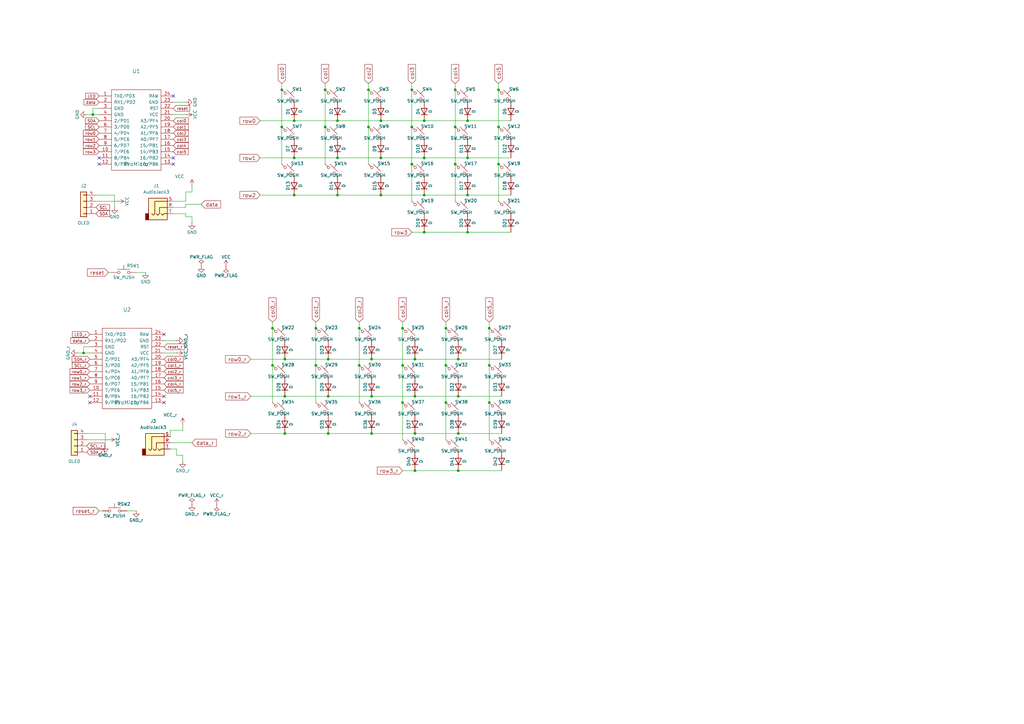
<source format=kicad_sch>
(kicad_sch (version 20231120) (generator "eeschema") (generator_version "8.0")
  (paper "A3")
  (lib_symbols
    (symbol "Connector_Audio:AudioJack3"
      (property "Reference" "J" (at 0 8.89 0))
      (property "Value" "AudioJack3" (at 0 6.35 0))
      (symbol "AudioJack3_1_1"
        (pin passive line (at 5.08 0 180) (length 2.54) (name "~") (number "R"))
        (pin passive line (at 5.08 2.54 180) (length 2.54) (name "~") (number "S"))
        (pin passive line (at 5.08 -2.54 180) (length 2.54) (name "~") (number "T"))
      )
    )
    (symbol "Connector_Generic:Conn_01x04" (pin_names (offset 1.016) hide)
      (property "Reference" "J" (at 0 5.08 0))
      (property "Value" "Conn_01x04" (at 0 -7.62 0))
      (symbol "Conn_01x04_1_1"
        (pin passive line (at -5.08 2.54 0) (length 3.81) (name "Pin_1") (number "1"))
        (pin passive line (at -5.08 0 0) (length 3.81) (name "Pin_2") (number "2"))
        (pin passive line (at -5.08 -2.54 0) (length 3.81) (name "Pin_3") (number "3"))
        (pin passive line (at -5.08 -5.08 0) (length 3.81) (name "Pin_4") (number "4"))
      )
    )
    (symbol "Diode:1N4148" (pin_numbers hide) (pin_names hide)
      (property "Reference" "D" (at 0 2.54 0))
      (property "Value" "1N4148" (at 0 -2.54 0))
      (symbol "1N4148_1_1"
        (pin passive line (at -3.81 0 0) (length 2.54) (name "K") (number "1"))
        (pin passive line (at 3.81 0 180) (length 2.54) (name "A") (number "2"))
      )
    )
    (symbol "ScottoKeebs:MCU_Arduino_Pro_Micro" (pin_names (offset 1.016))
      (property "Reference" "U" (at 0 0 0))
      (property "Value" "Arduino_Pro_Micro" (at 0 -19.05 0))
      (symbol "MCU_Arduino_Pro_Micro_1_1"
        (pin input line (at -15.24 13.97 0) (length 5.08) (name "TX0/PD3") (number "1"))
        (pin input line (at -15.24 -8.89 0) (length 5.08) (name "7/PE6") (number "10"))
        (pin input line (at -15.24 -11.43 0) (length 5.08) (name "8/PB4") (number "11"))
        (pin input line (at -15.24 -13.97 0) (length 5.08) (name "9/PB5") (number "12"))
        (pin input line (at 15.24 -13.97 180) (length 5.08) (name "10/PB6") (number "13"))
        (pin input line (at 15.24 -11.43 180) (length 5.08) (name "16/PB2") (number "14"))
        (pin input line (at 15.24 -8.89 180) (length 5.08) (name "14/PB3") (number "15"))
        (pin input line (at 15.24 -6.35 180) (length 5.08) (name "15/PB1") (number "16"))
        (pin input line (at 15.24 -3.81 180) (length 5.08) (name "A0/PF7") (number "17"))
        (pin input line (at 15.24 -1.27 180) (length 5.08) (name "A1/PF6") (number "18"))
        (pin input line (at 15.24 1.27 180) (length 5.08) (name "A2/PF5") (number "19"))
        (pin input line (at -15.24 11.43 0) (length 5.08) (name "RX1/PD2") (number "2"))
        (pin input line (at 15.24 3.81 180) (length 5.08) (name "A3/PF4") (number "20"))
        (pin input line (at 15.24 6.35 180) (length 5.08) (name "VCC") (number "21"))
        (pin input line (at 15.24 8.89 180) (length 5.08) (name "RST") (number "22"))
        (pin input line (at 15.24 11.43 180) (length 5.08) (name "GND") (number "23"))
        (pin input line (at 15.24 13.97 180) (length 5.08) (name "RAW") (number "24"))
        (pin input line (at -15.24 8.89 0) (length 5.08) (name "GND") (number "3"))
        (pin input line (at -15.24 6.35 0) (length 5.08) (name "GND") (number "4"))
        (pin input line (at -15.24 3.81 0) (length 5.08) (name "2/PD1") (number "5"))
        (pin input line (at -15.24 1.27 0) (length 5.08) (name "3/PD0") (number "6"))
        (pin input line (at -15.24 -1.27 0) (length 5.08) (name "4/PD4") (number "7"))
        (pin input line (at -15.24 -3.81 0) (length 5.08) (name "5/PC6") (number "8"))
        (pin input line (at -15.24 -6.35 0) (length 5.08) (name "6/PD7") (number "9"))
      )
    )
    (symbol "ScottoKeebs:Placeholder_Keyswitch" (pin_numbers hide) (pin_names (offset 1.016) hide)
      (property "Reference" "S" (at 3.048 1.016 0))
      (property "Value" "Keyswitch" (at 0 -3.81 0))
      (symbol "Placeholder_Keyswitch_0_1"
        (pin passive line (at -2.54 2.54 0) (length 0) (name "1") (number "1"))
        (pin passive line (at 2.54 -2.54 180) (length 0) (name "2") (number "2"))
      )
    )
    (symbol "Switch:SW_Push" (pin_numbers hide) (pin_names (offset 1.016) hide)
      (property "Reference" "SW" (at 1.27 2.54 0))
      (property "Value" "SW_Push" (at 0 -1.524 0))
      (symbol "SW_Push_0_1"
        (pin passive line (at -5.08 0 0) (length 2.54) (name "1") (number "1"))
        (pin passive line (at 5.08 0 180) (length 2.54) (name "2") (number "2"))
      )
    )
    (symbol "power:GND" (power) (pin_numbers hide) (pin_names (offset 0) hide)
      (property "Value" "GND" (at 0 -3.81 0))
      (symbol "GND_1_1"
        (pin power_in line (at 0 0 270) (length 0) (name "~") (number "1"))
      )
    )
    (symbol "power:PWR_FLAG" (power) (pin_numbers hide) (pin_names (offset 0) hide)
      (property "Value" "PWR_FLAG" (at 0 3.81 0))
      (symbol "PWR_FLAG_0_0"
        (pin power_out line (at 0 0 90) (length 0) (name "~") (number "1"))
      )
    )
    (symbol "power:VCC" (power) (pin_numbers hide) (pin_names (offset 0) hide)
      (property "Value" "VCC" (at 0 3.556 0))
      (symbol "VCC_1_1"
        (pin power_in line (at 0 0 90) (length 0) (name "~") (number "1"))
      )
    )
  )
  (junction (at 200.66 149.86))
  (junction (at 134.62 147.32))
  (junction (at 182.88 165.1))
  (junction (at 111.76 134.62))
  (junction (at 129.54 134.62))
  (junction (at 168.91 52.07))
  (junction (at 170.18 177.8))
  (junction (at 147.32 134.62))
  (junction (at 115.57 36.83))
  (junction (at 111.76 149.86))
  (junction (at 168.91 67.31))
  (junction (at 204.47 36.83))
  (junction (at 182.88 134.62))
  (junction (at 170.18 147.32))
  (junction (at 138.43 49.53))
  (junction (at 120.65 80.01))
  (junction (at 152.4 162.56))
  (junction (at 191.77 95.25))
  (junction (at 156.21 80.01))
  (junction (at 152.4 147.32))
  (junction (at 173.99 49.53))
  (junction (at 156.21 49.53))
  (junction (at 170.18 193.04))
  (junction (at 187.96 147.32))
  (junction (at 147.32 149.86))
  (junction (at 133.35 36.83))
  (junction (at 165.1 134.62))
  (junction (at 191.77 80.01))
  (junction (at 204.47 52.07))
  (junction (at 191.77 64.77))
  (junction (at 200.66 165.1))
  (junction (at 200.66 134.62))
  (junction (at 186.69 52.07))
  (junction (at 187.96 193.04))
  (junction (at 165.1 149.86))
  (junction (at 120.65 49.53))
  (junction (at 116.84 162.56))
  (junction (at 204.47 67.31))
  (junction (at 173.99 95.25))
  (junction (at 186.69 36.83))
  (junction (at 182.88 149.86))
  (junction (at 134.62 162.56))
  (junction (at 191.77 49.53))
  (junction (at 173.99 80.01))
  (junction (at 116.84 147.32))
  (junction (at 134.62 177.8))
  (junction (at 187.96 162.56))
  (junction (at 186.69 67.31))
  (junction (at 168.91 36.83))
  (junction (at 187.96 177.8))
  (junction (at 129.54 149.86))
  (junction (at 138.43 64.77))
  (junction (at 170.18 162.56))
  (junction (at 173.99 64.77))
  (junction (at 38.1 46.99))
  (junction (at 116.84 177.8))
  (junction (at 156.21 64.77))
  (junction (at 152.4 177.8))
  (junction (at 151.13 52.07))
  (junction (at 165.1 165.1))
  (junction (at 120.65 64.77))
  (junction (at 133.35 52.07))
  (junction (at 34.29 144.78))
  (junction (at 138.43 80.01))
  (junction (at 115.57 52.07))
  (junction (at 151.13 36.83))
  (no_connect (at 67.31 137.16))
  (no_connect (at 71.12 39.37))
  (no_connect (at 67.31 165.1))
  (no_connect (at 67.31 162.56))
  (no_connect (at 71.12 64.77))
  (no_connect (at 40.64 67.31))
  (no_connect (at 40.64 64.77))
  (no_connect (at 36.83 165.1))
  (no_connect (at 36.83 162.56))
  (no_connect (at 71.12 67.31))
  (wire (pts (xy 31.75 144.78) (xy 34.29 144.78)))
  (wire (pts (xy 182.88 132.08) (xy 182.88 134.62)))
  (wire (pts (xy 138.43 49.53) (xy 156.21 49.53)))
  (wire (pts (xy 67.31 139.7) (xy 72.39 139.7)))
  (wire (pts (xy 133.35 52.07) (xy 133.35 67.31)))
  (wire (pts (xy 46.99 85.09) (xy 46.99 80.01)))
  (wire (pts (xy 106.68 64.77) (xy 120.65 64.77)))
  (wire (pts (xy 78.74 88.9) (xy 78.74 91.44)))
  (wire (pts (xy 76.2 83.82) (xy 82.55 83.82)))
  (wire (pts (xy 182.88 149.86) (xy 182.88 165.1)))
  (wire (pts (xy 156.21 49.53) (xy 173.99 49.53)))
  (wire (pts (xy 35.56 180.34) (xy 44.45 180.34)))
  (wire (pts (xy 156.21 80.01) (xy 173.99 80.01)))
  (wire (pts (xy 76.2 82.55) (xy 76.2 78.74)))
  (wire (pts (xy 133.35 34.29) (xy 133.35 36.83)))
  (wire (pts (xy 55.88 111.76) (xy 59.69 111.76)))
  (wire (pts (xy 147.32 132.08) (xy 147.32 134.62)))
  (wire (pts (xy 187.96 162.56) (xy 205.74 162.56)))
  (wire (pts (xy 165.1 193.04) (xy 170.18 193.04)))
  (wire (pts (xy 72.39 184.15) (xy 72.39 186.69)))
  (wire (pts (xy 168.91 67.31) (xy 168.91 82.55)))
  (wire (pts (xy 116.84 162.56) (xy 134.62 162.56)))
  (wire (pts (xy 71.12 41.91) (xy 76.2 41.91)))
  (wire (pts (xy 129.54 134.62) (xy 129.54 149.86)))
  (wire (pts (xy 69.85 179.07) (xy 69.85 176.53)))
  (wire (pts (xy 170.18 177.8) (xy 187.96 177.8)))
  (wire (pts (xy 147.32 149.86) (xy 147.32 165.1)))
  (wire (pts (xy 76.2 78.74) (xy 78.74 78.74)))
  (wire (pts (xy 204.47 34.29) (xy 204.47 36.83)))
  (wire (pts (xy 35.56 46.99) (xy 38.1 46.99)))
  (wire (pts (xy 204.47 52.07) (xy 204.47 67.31)))
  (wire (pts (xy 69.85 181.61) (xy 78.74 181.61)))
  (wire (pts (xy 200.66 149.86) (xy 200.66 165.1)))
  (wire (pts (xy 191.77 80.01) (xy 209.55 80.01)))
  (wire (pts (xy 173.99 95.25) (xy 191.77 95.25)))
  (wire (pts (xy 186.69 34.29) (xy 186.69 36.83)))
  (wire (pts (xy 71.12 46.99) (xy 76.2 46.99)))
  (wire (pts (xy 170.18 162.56) (xy 187.96 162.56)))
  (wire (pts (xy 71.12 82.55) (xy 76.2 82.55)))
  (wire (pts (xy 151.13 36.83) (xy 151.13 52.07)))
  (wire (pts (xy 170.18 193.04) (xy 187.96 193.04)))
  (wire (pts (xy 120.65 64.77) (xy 138.43 64.77)))
  (wire (pts (xy 78.74 78.74) (xy 78.74 76.2)))
  (wire (pts (xy 43.18 177.8) (xy 35.56 177.8)))
  (wire (pts (xy 187.96 193.04) (xy 205.74 193.04)))
  (wire (pts (xy 191.77 49.53) (xy 209.55 49.53)))
  (wire (pts (xy 69.85 176.53) (xy 74.93 176.53)))
  (wire (pts (xy 165.1 132.08) (xy 165.1 134.62)))
  (wire (pts (xy 102.87 162.56) (xy 116.84 162.56)))
  (wire (pts (xy 168.91 34.29) (xy 168.91 36.83)))
  (wire (pts (xy 106.68 49.53) (xy 120.65 49.53)))
  (wire (pts (xy 76.2 88.9) (xy 78.74 88.9)))
  (wire (pts (xy 115.57 52.07) (xy 115.57 67.31)))
  (wire (pts (xy 156.21 64.77) (xy 173.99 64.77)))
  (wire (pts (xy 71.12 85.09) (xy 76.2 85.09)))
  (wire (pts (xy 106.68 80.01) (xy 120.65 80.01)))
  (wire (pts (xy 76.2 85.09) (xy 76.2 83.82)))
  (wire (pts (xy 191.77 95.25) (xy 209.55 95.25)))
  (wire (pts (xy 151.13 52.07) (xy 151.13 67.31)))
  (wire (pts (xy 40.64 209.55) (xy 41.91 209.55)))
  (wire (pts (xy 115.57 34.29) (xy 115.57 36.83)))
  (wire (pts (xy 173.99 49.53) (xy 191.77 49.53)))
  (wire (pts (xy 116.84 177.8) (xy 134.62 177.8)))
  (wire (pts (xy 69.85 184.15) (xy 72.39 184.15)))
  (wire (pts (xy 39.37 82.55) (xy 48.26 82.55)))
  (wire (pts (xy 134.62 162.56) (xy 152.4 162.56)))
  (wire (pts (xy 187.96 147.32) (xy 205.74 147.32)))
  (wire (pts (xy 187.96 177.8) (xy 205.74 177.8)))
  (wire (pts (xy 168.91 52.07) (xy 168.91 67.31)))
  (wire (pts (xy 52.07 209.55) (xy 55.88 209.55)))
  (wire (pts (xy 173.99 80.01) (xy 191.77 80.01)))
  (wire (pts (xy 129.54 132.08) (xy 129.54 134.62)))
  (wire (pts (xy 120.65 80.01) (xy 138.43 80.01)))
  (wire (pts (xy 186.69 67.31) (xy 186.69 82.55)))
  (wire (pts (xy 111.76 132.08) (xy 111.76 134.62)))
  (wire (pts (xy 168.91 95.25) (xy 173.99 95.25)))
  (wire (pts (xy 182.88 134.62) (xy 182.88 149.86)))
  (wire (pts (xy 71.12 87.63) (xy 76.2 87.63)))
  (wire (pts (xy 186.69 52.07) (xy 186.69 67.31)))
  (wire (pts (xy 74.93 176.53) (xy 74.93 173.99)))
  (wire (pts (xy 186.69 36.83) (xy 186.69 52.07)))
  (wire (pts (xy 102.87 147.32) (xy 116.84 147.32)))
  (wire (pts (xy 111.76 134.62) (xy 111.76 149.86)))
  (wire (pts (xy 152.4 147.32) (xy 170.18 147.32)))
  (wire (pts (xy 165.1 165.1) (xy 165.1 180.34)))
  (wire (pts (xy 134.62 177.8) (xy 152.4 177.8)))
  (wire (pts (xy 191.77 64.77) (xy 209.55 64.77)))
  (wire (pts (xy 133.35 36.83) (xy 133.35 52.07)))
  (wire (pts (xy 182.88 165.1) (xy 182.88 180.34)))
  (wire (pts (xy 43.18 182.88) (xy 43.18 177.8)))
  (wire (pts (xy 152.4 177.8) (xy 170.18 177.8)))
  (wire (pts (xy 173.99 64.77) (xy 191.77 64.77)))
  (wire (pts (xy 111.76 149.86) (xy 111.76 165.1)))
  (wire (pts (xy 200.66 134.62) (xy 200.66 149.86)))
  (wire (pts (xy 74.93 186.69) (xy 74.93 189.23)))
  (wire (pts (xy 36.83 142.24) (xy 34.29 142.24)))
  (wire (pts (xy 34.29 144.78) (xy 36.83 144.78)))
  (wire (pts (xy 102.87 177.8) (xy 116.84 177.8)))
  (wire (pts (xy 34.29 142.24) (xy 34.29 144.78)))
  (wire (pts (xy 147.32 134.62) (xy 147.32 149.86)))
  (wire (pts (xy 204.47 36.83) (xy 204.47 52.07)))
  (wire (pts (xy 138.43 64.77) (xy 156.21 64.77)))
  (wire (pts (xy 152.4 162.56) (xy 170.18 162.56)))
  (wire (pts (xy 138.43 80.01) (xy 156.21 80.01)))
  (wire (pts (xy 204.47 67.31) (xy 204.47 82.55)))
  (wire (pts (xy 40.64 44.45) (xy 38.1 44.45)))
  (wire (pts (xy 44.45 111.76) (xy 45.72 111.76)))
  (wire (pts (xy 168.91 36.83) (xy 168.91 52.07)))
  (wire (pts (xy 38.1 44.45) (xy 38.1 46.99)))
  (wire (pts (xy 38.1 46.99) (xy 40.64 46.99)))
  (wire (pts (xy 67.31 144.78) (xy 72.39 144.78)))
  (wire (pts (xy 116.84 147.32) (xy 134.62 147.32)))
  (wire (pts (xy 129.54 149.86) (xy 129.54 165.1)))
  (wire (pts (xy 115.57 36.83) (xy 115.57 52.07)))
  (wire (pts (xy 151.13 34.29) (xy 151.13 36.83)))
  (wire (pts (xy 170.18 147.32) (xy 187.96 147.32)))
  (wire (pts (xy 120.65 49.53) (xy 138.43 49.53)))
  (wire (pts (xy 134.62 147.32) (xy 152.4 147.32)))
  (wire (pts (xy 46.99 80.01) (xy 39.37 80.01)))
  (wire (pts (xy 165.1 134.62) (xy 165.1 149.86)))
  (wire (pts (xy 200.66 165.1) (xy 200.66 180.34)))
  (wire (pts (xy 165.1 149.86) (xy 165.1 165.1)))
  (wire (pts (xy 72.39 186.69) (xy 74.93 186.69)))
  (wire (pts (xy 76.2 87.63) (xy 76.2 88.9)))
  (wire (pts (xy 200.66 132.08) (xy 200.66 134.62)))
  (global_label "col1" (shape input) (at 133.35 34.29 90) (effects (font (size 1.524 1.524))) (property "Intersheetrefs" "${INTERSHEET_REFS}" (effects (hide yes))))
  (global_label "col5" (shape input) (at 71.12 62.23 0) (effects (font (size 1.1938 1.1938))) (property "Intersheetrefs" "${INTERSHEET_REFS}" (effects (hide yes))))
  (global_label "SDA_r" (shape input) (at 35.56 185.42 0) (effects (font (size 1.1938 1.1938))) (property "Intersheetrefs" "${INTERSHEET_REFS}" (effects (hide yes))))
  (global_label "col5" (shape input) (at 204.47 34.29 90) (effects (font (size 1.524 1.524))) (property "Intersheetrefs" "${INTERSHEET_REFS}" (effects (hide yes))))
  (global_label "col2" (shape input) (at 71.12 54.61 0) (effects (font (size 1.1938 1.1938))) (property "Intersheetrefs" "${INTERSHEET_REFS}" (effects (hide yes))))
  (global_label "row3_r" (shape input) (at 165.1 193.04 180) (effects (font (size 1.524 1.524))) (property "Intersheetrefs" "${INTERSHEET_REFS}" (effects (hide yes))))
  (global_label "col4_r" (shape input) (at 182.88 132.08 90) (effects (font (size 1.524 1.524))) (property "Intersheetrefs" "${INTERSHEET_REFS}" (effects (hide yes))))
  (global_label "col3_r" (shape input) (at 165.1 132.08 90) (effects (font (size 1.524 1.524))) (property "Intersheetrefs" "${INTERSHEET_REFS}" (effects (hide yes))))
  (global_label "SCL" (shape input) (at 40.64 52.07 180) (effects (font (size 1.1938 1.1938))) (property "Intersheetrefs" "${INTERSHEET_REFS}" (effects (hide yes))))
  (global_label "col4_r" (shape input) (at 67.31 157.48 0) (effects (font (size 1.1938 1.1938))) (property "Intersheetrefs" "${INTERSHEET_REFS}" (effects (hide yes))))
  (global_label "row3_r" (shape input) (at 36.83 160.02 180) (effects (font (size 1.1938 1.1938))) (property "Intersheetrefs" "${INTERSHEET_REFS}" (effects (hide yes))))
  (global_label "row2_r" (shape input) (at 36.83 157.48 180) (effects (font (size 1.1938 1.1938))) (property "Intersheetrefs" "${INTERSHEET_REFS}" (effects (hide yes))))
  (global_label "col2_r" (shape input) (at 147.32 132.08 90) (effects (font (size 1.524 1.524))) (property "Intersheetrefs" "${INTERSHEET_REFS}" (effects (hide yes))))
  (global_label "row2" (shape input) (at 106.68 80.01 180) (effects (font (size 1.524 1.524))) (property "Intersheetrefs" "${INTERSHEET_REFS}" (effects (hide yes))))
  (global_label "col1" (shape input) (at 71.12 52.07 0) (effects (font (size 1.1938 1.1938))) (property "Intersheetrefs" "${INTERSHEET_REFS}" (effects (hide yes))))
  (global_label "reset" (shape input) (at 44.45 111.76 180) (effects (font (size 1.524 1.524))) (property "Intersheetrefs" "${INTERSHEET_REFS}" (effects (hide yes))))
  (global_label "col5_r" (shape input) (at 200.66 132.08 90) (effects (font (size 1.524 1.524))) (property "Intersheetrefs" "${INTERSHEET_REFS}" (effects (hide yes))))
  (global_label "col4" (shape input) (at 186.69 34.29 90) (effects (font (size 1.524 1.524))) (property "Intersheetrefs" "${INTERSHEET_REFS}" (effects (hide yes))))
  (global_label "row0_r" (shape input) (at 36.83 152.4 180) (effects (font (size 1.1938 1.1938))) (property "Intersheetrefs" "${INTERSHEET_REFS}" (effects (hide yes))))
  (global_label "row0_r" (shape input) (at 102.87 147.32 180) (effects (font (size 1.524 1.524))) (property "Intersheetrefs" "${INTERSHEET_REFS}" (effects (hide yes))))
  (global_label "LED_r" (shape input) (at 36.83 137.16 180) (effects (font (size 1.1938 1.1938))) (property "Intersheetrefs" "${INTERSHEET_REFS}" (effects (hide yes))))
  (global_label "reset" (shape input) (at 71.12 44.45 0) (effects (font (size 1.1938 1.1938))) (property "Intersheetrefs" "${INTERSHEET_REFS}" (effects (hide yes))))
  (global_label "row0" (shape input) (at 106.68 49.53 180) (effects (font (size 1.524 1.524))) (property "Intersheetrefs" "${INTERSHEET_REFS}" (effects (hide yes))))
  (global_label "row3" (shape input) (at 40.64 62.23 180) (effects (font (size 1.1938 1.1938))) (property "Intersheetrefs" "${INTERSHEET_REFS}" (effects (hide yes))))
  (global_label "col2_r" (shape input) (at 67.31 152.4 0) (effects (font (size 1.1938 1.1938))) (property "Intersheetrefs" "${INTERSHEET_REFS}" (effects (hide yes))))
  (global_label "col1_r" (shape input) (at 67.31 149.86 0) (effects (font (size 1.1938 1.1938))) (property "Intersheetrefs" "${INTERSHEET_REFS}" (effects (hide yes))))
  (global_label "SDA_r" (shape input) (at 36.83 147.32 180) (effects (font (size 1.1938 1.1938))) (property "Intersheetrefs" "${INTERSHEET_REFS}" (effects (hide yes))))
  (global_label "row0" (shape input) (at 40.64 54.61 180) (effects (font (size 1.1938 1.1938))) (property "Intersheetrefs" "${INTERSHEET_REFS}" (effects (hide yes))))
  (global_label "data" (shape input) (at 82.55 83.82 0) (effects (font (size 1.524 1.524))) (property "Intersheetrefs" "${INTERSHEET_REFS}" (effects (hide yes))))
  (global_label "row1_r" (shape input) (at 36.83 154.94 180) (effects (font (size 1.1938 1.1938))) (property "Intersheetrefs" "${INTERSHEET_REFS}" (effects (hide yes))))
  (global_label "row1" (shape input) (at 40.64 57.15 180) (effects (font (size 1.1938 1.1938))) (property "Intersheetrefs" "${INTERSHEET_REFS}" (effects (hide yes))))
  (global_label "SCL_r" (shape input) (at 36.83 149.86 180) (effects (font (size 1.1938 1.1938))) (property "Intersheetrefs" "${INTERSHEET_REFS}" (effects (hide yes))))
  (global_label "col3" (shape input) (at 168.91 34.29 90) (effects (font (size 1.524 1.524))) (property "Intersheetrefs" "${INTERSHEET_REFS}" (effects (hide yes))))
  (global_label "SDA" (shape input) (at 39.37 87.63 0) (effects (font (size 1.1938 1.1938))) (property "Intersheetrefs" "${INTERSHEET_REFS}" (effects (hide yes))))
  (global_label "col0" (shape input) (at 71.12 49.53 0) (effects (font (size 1.1938 1.1938))) (property "Intersheetrefs" "${INTERSHEET_REFS}" (effects (hide yes))))
  (global_label "row2" (shape input) (at 40.64 59.69 180) (effects (font (size 1.1938 1.1938))) (property "Intersheetrefs" "${INTERSHEET_REFS}" (effects (hide yes))))
  (global_label "row1_r" (shape input) (at 102.87 162.56 180) (effects (font (size 1.524 1.524))) (property "Intersheetrefs" "${INTERSHEET_REFS}" (effects (hide yes))))
  (global_label "col0" (shape input) (at 115.57 34.29 90) (effects (font (size 1.524 1.524))) (property "Intersheetrefs" "${INTERSHEET_REFS}" (effects (hide yes))))
  (global_label "data_r" (shape input) (at 36.83 139.7 180) (effects (font (size 1.1938 1.1938))) (property "Intersheetrefs" "${INTERSHEET_REFS}" (effects (hide yes))))
  (global_label "col4" (shape input) (at 71.12 59.69 0) (effects (font (size 1.1938 1.1938))) (property "Intersheetrefs" "${INTERSHEET_REFS}" (effects (hide yes))))
  (global_label "col0_r" (shape input) (at 111.76 132.08 90) (effects (font (size 1.524 1.524))) (property "Intersheetrefs" "${INTERSHEET_REFS}" (effects (hide yes))))
  (global_label "col0_r" (shape input) (at 67.31 147.32 0) (effects (font (size 1.1938 1.1938))) (property "Intersheetrefs" "${INTERSHEET_REFS}" (effects (hide yes))))
  (global_label "reset_r" (shape input) (at 40.64 209.55 180) (effects (font (size 1.524 1.524))) (property "Intersheetrefs" "${INTERSHEET_REFS}" (effects (hide yes))))
  (global_label "row1" (shape input) (at 106.68 64.77 180) (effects (font (size 1.524 1.524))) (property "Intersheetrefs" "${INTERSHEET_REFS}" (effects (hide yes))))
  (global_label "col1_r" (shape input) (at 129.54 132.08 90) (effects (font (size 1.524 1.524))) (property "Intersheetrefs" "${INTERSHEET_REFS}" (effects (hide yes))))
  (global_label "row2_r" (shape input) (at 102.87 177.8 180) (effects (font (size 1.524 1.524))) (property "Intersheetrefs" "${INTERSHEET_REFS}" (effects (hide yes))))
  (global_label "col2" (shape input) (at 151.13 34.29 90) (effects (font (size 1.524 1.524))) (property "Intersheetrefs" "${INTERSHEET_REFS}" (effects (hide yes))))
  (global_label "SDA" (shape input) (at 40.64 49.53 180) (effects (font (size 1.1938 1.1938))) (property "Intersheetrefs" "${INTERSHEET_REFS}" (effects (hide yes))))
  (global_label "LED" (shape input) (at 40.64 39.37 180) (effects (font (size 1.1938 1.1938))) (property "Intersheetrefs" "${INTERSHEET_REFS}" (effects (hide yes))))
  (global_label "data" (shape input) (at 40.64 41.91 180) (effects (font (size 1.1938 1.1938))) (property "Intersheetrefs" "${INTERSHEET_REFS}" (effects (hide yes))))
  (global_label "SCL" (shape input) (at 39.37 85.09 0) (effects (font (size 1.1938 1.1938))) (property "Intersheetrefs" "${INTERSHEET_REFS}" (effects (hide yes))))
  (global_label "reset_r" (shape input) (at 67.31 142.24 0) (effects (font (size 1.1938 1.1938))) (property "Intersheetrefs" "${INTERSHEET_REFS}" (effects (hide yes))))
  (global_label "col5_r" (shape input) (at 67.31 160.02 0) (effects (font (size 1.1938 1.1938))) (property "Intersheetrefs" "${INTERSHEET_REFS}" (effects (hide yes))))
  (global_label "col3_r" (shape input) (at 67.31 154.94 0) (effects (font (size 1.1938 1.1938))) (property "Intersheetrefs" "${INTERSHEET_REFS}" (effects (hide yes))))
  (global_label "row3" (shape input) (at 168.91 95.25 180) (effects (font (size 1.524 1.524))) (property "Intersheetrefs" "${INTERSHEET_REFS}" (effects (hide yes))))
  (global_label "data_r" (shape input) (at 78.74 181.61 0) (effects (font (size 1.524 1.524))) (property "Intersheetrefs" "${INTERSHEET_REFS}" (effects (hide yes))))
  (global_label "col3" (shape input) (at 71.12 57.15 0) (effects (font (size 1.1938 1.1938))) (property "Intersheetrefs" "${INTERSHEET_REFS}" (effects (hide yes))))
  (global_label "SCL_r" (shape input) (at 35.56 182.88 0) (effects (font (size 1.1938 1.1938))) (property "Intersheetrefs" "${INTERSHEET_REFS}" (effects (hide yes))))
  (symbol (lib_id "power:GND") (at 76.2 41.91 90) (unit 1)
    (property "Reference" "#PWR016" (effects (hide yes)))
    (property "Value" "GND" (at 80.01 41.91 0))
  )
  (symbol (lib_id "Switch:SW_Push") (at 46.99 209.55 0) (unit 1)
    (property "Reference" "RSW2" (at 50.8 206.756 0))
    (property "Value" "SW_PUSH" (at 46.99 211.582 0))
    (property "Footprint" "Button_Switch_THT:SW_PUSH_1P1T_6x3.5mm_H4.3_APEM_MJTP1243" (effects (hide yes)))
    (property "Description" "Push button switch, generic, two pins" (effects (hide yes)))
  )
  (symbol (lib_id "power:PWR_FLAG") (at 82.55 109.22 0) (unit 1)
    (property "Reference" "#FLG02" (effects (hide yes)))
    (property "Value" "PWR_FLAG" (at 82.55 105.41 0))
  )
  (symbol (lib_id "power:VCC") (at 88.9 207.01 0) (unit 1)
    (property "Reference" "#PWR019" (effects (hide yes)))
    (property "Value" "VCC_r" (at 88.9 203.2 0))
  )
  (symbol (lib_id "ScottoKeebs:Placeholder_Keyswitch") (at 132.08 167.64 0) (unit 1)
    (property "Reference" "SW35" (at 135.89 164.846 0))
    (property "Value" "SW_PUSH" (at 132.08 169.672 0))
    (property "Footprint" "ScottoKeebs_Hotswap:Hotswap_MX_1.00u" (effects (hide yes)))
    (property "Description" "Push button switch, normally open, two pins, 45° tilted" (effects (hide yes)))
  )
  (symbol (lib_id "power:VCC") (at 48.26 82.55 270) (unit 1)
    (property "Reference" "#PWR06" (effects (hide yes)))
    (property "Value" "VCC" (at 52.07 82.55 0))
  )
  (symbol (lib_id "ScottoKeebs:Placeholder_Keyswitch") (at 203.2 182.88 0) (unit 1)
    (property "Reference" "SW42" (at 207.01 180.086 0))
    (property "Value" "SW_PUSH" (at 203.2 184.912 0))
    (property "Footprint" "ScottoKeebs_Hotswap:Hotswap_MX_1.00u" (effects (hide yes)))
    (property "Description" "Push button switch, normally open, two pins, 45° tilted" (effects (hide yes)))
  )
  (symbol (lib_id "ScottoKeebs:Placeholder_Keyswitch") (at 189.23 69.85 0) (unit 1)
    (property "Reference" "SW17" (at 193.04 67.056 0))
    (property "Value" "SW_PUSH" (at 189.23 71.882 0))
    (property "Footprint" "ScottoKeebs_Hotswap:Hotswap_MX_1.00u" (effects (hide yes)))
    (property "Description" "Push button switch, normally open, two pins, 45° tilted" (effects (hide yes)))
  )
  (symbol (lib_id "ScottoKeebs:Placeholder_Keyswitch") (at 167.64 182.88 0) (unit 1)
    (property "Reference" "SW40" (at 171.45 180.086 0))
    (property "Value" "SW_PUSH" (at 167.64 184.912 0))
    (property "Footprint" "ScottoKeebs_Hotswap:Hotswap_MX_1.00u" (effects (hide yes)))
    (property "Description" "Push button switch, normally open, two pins, 45° tilted" (effects (hide yes)))
  )
  (symbol (lib_id "Diode:1N4148") (at 191.77 60.96 90) (unit 1)
    (property "Reference" "D11" (at 189.23 60.96 0))
    (property "Value" "D" (at 194.31 60.96 0))
    (property "Footprint" "Diode_THT:D_DO-35_SOD27_P7.62mm_Horizontal" (effects (hide yes)))
    (property "Datasheet" "https://assets.nexperia.com/documents/data-sheet/1N4148_1N4448.pdf" (effects (hide yes)))
    (property "Description" "100V 0.15A standard switching diode, DO-35" (effects (hide yes)))
    (property "Sim.Device" "D" (effects (hide yes)))
    (property "Sim.Pins" "1=K 2=A" (effects (hide yes)))
  )
  (symbol (lib_id "Diode:1N4148") (at 134.62 158.75 90) (unit 1)
    (property "Reference" "D29" (at 132.08 158.75 0))
    (property "Value" "D" (at 137.16 158.75 0))
    (property "Footprint" "Diode_THT:D_DO-35_SOD27_P7.62mm_Horizontal" (effects (hide yes)))
    (property "Datasheet" "https://assets.nexperia.com/documents/data-sheet/1N4148_1N4448.pdf" (effects (hide yes)))
    (property "Description" "100V 0.15A standard switching diode, DO-35" (effects (hide yes)))
    (property "Sim.Device" "D" (effects (hide yes)))
    (property "Sim.Pins" "1=K 2=A" (effects (hide yes)))
  )
  (symbol (lib_id "ScottoKeebs:Placeholder_Keyswitch") (at 207.01 54.61 0) (unit 1)
    (property "Reference" "SW12" (at 210.82 51.816 0))
    (property "Value" "SW_PUSH" (at 207.01 56.642 0))
    (property "Footprint" "ScottoKeebs_Hotswap:Hotswap_MX_1.00u" (effects (hide yes)))
    (property "Description" "Push button switch, normally open, two pins, 45° tilted" (effects (hide yes)))
  )
  (symbol (lib_id "Diode:1N4148") (at 205.74 189.23 90) (unit 1)
    (property "Reference" "D42" (at 203.2 189.23 0))
    (property "Value" "D" (at 208.28 189.23 0))
    (property "Footprint" "Diode_THT:D_DO-35_SOD27_P7.62mm_Horizontal" (effects (hide yes)))
    (property "Datasheet" "https://assets.nexperia.com/documents/data-sheet/1N4148_1N4448.pdf" (effects (hide yes)))
    (property "Description" "100V 0.15A standard switching diode, DO-35" (effects (hide yes)))
    (property "Sim.Device" "D" (effects (hide yes)))
    (property "Sim.Pins" "1=K 2=A" (effects (hide yes)))
  )
  (symbol (lib_id "ScottoKeebs:Placeholder_Keyswitch") (at 153.67 39.37 0) (unit 1)
    (property "Reference" "SW3" (at 157.48 36.576 0))
    (property "Value" "SW_PUSH" (at 153.67 41.402 0))
    (property "Footprint" "ScottoKeebs_Hotswap:Hotswap_MX_1.00u" (effects (hide yes)))
    (property "Description" "Push button switch, normally open, two pins, 45° tilted" (effects (hide yes)))
  )
  (symbol (lib_id "power:PWR_FLAG") (at 88.9 207.01 180) (unit 1)
    (property "Reference" "#FLG03" (effects (hide yes)))
    (property "Value" "PWR_FLAG_r" (at 88.9 210.82 0))
  )
  (symbol (lib_id "ScottoKeebs:Placeholder_Keyswitch") (at 189.23 39.37 0) (unit 1)
    (property "Reference" "SW5" (at 193.04 36.576 0))
    (property "Value" "SW_PUSH" (at 189.23 41.402 0))
    (property "Footprint" "ScottoKeebs_Hotswap:Hotswap_MX_1.00u" (effects (hide yes)))
    (property "Description" "Push button switch, normally open, two pins, 45° tilted" (effects (hide yes)))
  )
  (symbol (lib_id "ScottoKeebs:Placeholder_Keyswitch") (at 171.45 54.61 0) (unit 1)
    (property "Reference" "SW10" (at 175.26 51.816 0))
    (property "Value" "SW_PUSH" (at 171.45 56.642 0))
    (property "Footprint" "ScottoKeebs_Hotswap:Hotswap_MX_1.00u" (effects (hide yes)))
    (property "Description" "Push button switch, normally open, two pins, 45° tilted" (effects (hide yes)))
  )
  (symbol (lib_id "ScottoKeebs:Placeholder_Keyswitch") (at 118.11 69.85 0) (unit 1)
    (property "Reference" "SW13" (at 121.92 67.056 0))
    (property "Value" "SW_PUSH" (at 118.11 71.882 0))
    (property "Footprint" "ScottoKeebs_Hotswap:Hotswap_MX_1.00u" (effects (hide yes)))
    (property "Description" "Push button switch, normally open, two pins, 45° tilted" (effects (hide yes)))
  )
  (symbol (lib_id "Diode:1N4148") (at 116.84 143.51 90) (unit 1)
    (property "Reference" "D22" (at 114.3 143.51 0))
    (property "Value" "D" (at 119.38 143.51 0))
    (property "Footprint" "Diode_THT:D_DO-35_SOD27_P7.62mm_Horizontal" (effects (hide yes)))
    (property "Datasheet" "https://assets.nexperia.com/documents/data-sheet/1N4148_1N4448.pdf" (effects (hide yes)))
    (property "Description" "100V 0.15A standard switching diode, DO-35" (effects (hide yes)))
    (property "Sim.Device" "D" (effects (hide yes)))
    (property "Sim.Pins" "1=K 2=A" (effects (hide yes)))
  )
  (symbol (lib_id "Diode:1N4148") (at 191.77 91.44 90) (unit 1)
    (property "Reference" "D20" (at 189.23 91.44 0))
    (property "Value" "D" (at 194.31 91.44 0))
    (property "Footprint" "Diode_THT:D_DO-35_SOD27_P7.62mm_Horizontal" (effects (hide yes)))
    (property "Datasheet" "https://assets.nexperia.com/documents/data-sheet/1N4148_1N4448.pdf" (effects (hide yes)))
    (property "Description" "100V 0.15A standard switching diode, DO-35" (effects (hide yes)))
    (property "Sim.Device" "D" (effects (hide yes)))
    (property "Sim.Pins" "1=K 2=A" (effects (hide yes)))
  )
  (symbol (lib_id "power:VCC") (at 76.2 46.99 270) (unit 1)
    (property "Reference" "#PWR017" (effects (hide yes)))
    (property "Value" "VCC" (at 80.01 46.99 0))
  )
  (symbol (lib_id "power:GND") (at 46.99 85.09 0) (unit 1)
    (property "Reference" "#PWR05" (effects (hide yes)))
    (property "Value" "GND" (at 46.99 88.9 0))
  )
  (symbol (lib_id "Diode:1N4148") (at 138.43 45.72 90) (unit 1)
    (property "Reference" "D2" (at 135.89 45.72 0))
    (property "Value" "D" (at 140.97 45.72 0))
    (property "Footprint" "Diode_THT:D_DO-35_SOD27_P7.62mm_Horizontal" (effects (hide yes)))
    (property "Datasheet" "https://assets.nexperia.com/documents/data-sheet/1N4148_1N4448.pdf" (effects (hide yes)))
    (property "Description" "100V 0.15A standard switching diode, DO-35" (effects (hide yes)))
    (property "Sim.Device" "D" (effects (hide yes)))
    (property "Sim.Pins" "1=K 2=A" (effects (hide yes)))
  )
  (symbol (lib_id "Diode:1N4148") (at 191.77 76.2 90) (unit 1)
    (property "Reference" "D17" (at 189.23 76.2 0))
    (property "Value" "D" (at 194.31 76.2 0))
    (property "Footprint" "Diode_THT:D_DO-35_SOD27_P7.62mm_Horizontal" (effects (hide yes)))
    (property "Datasheet" "https://assets.nexperia.com/documents/data-sheet/1N4148_1N4448.pdf" (effects (hide yes)))
    (property "Description" "100V 0.15A standard switching diode, DO-35" (effects (hide yes)))
    (property "Sim.Device" "D" (effects (hide yes)))
    (property "Sim.Pins" "1=K 2=A" (effects (hide yes)))
  )
  (symbol (lib_id "ScottoKeebs:Placeholder_Keyswitch") (at 167.64 167.64 0) (unit 1)
    (property "Reference" "SW37" (at 171.45 164.846 0))
    (property "Value" "SW_PUSH" (at 167.64 169.672 0))
    (property "Footprint" "ScottoKeebs_Hotswap:Hotswap_MX_1.00u" (effects (hide yes)))
    (property "Description" "Push button switch, normally open, two pins, 45° tilted" (effects (hide yes)))
  )
  (symbol (lib_id "ScottoKeebs:Placeholder_Keyswitch") (at 203.2 137.16 0) (unit 1)
    (property "Reference" "SW27" (at 207.01 134.366 0))
    (property "Value" "SW_PUSH" (at 203.2 139.192 0))
    (property "Footprint" "ScottoKeebs_Hotswap:Hotswap_MX_1.00u" (effects (hide yes)))
    (property "Description" "Push button switch, normally open, two pins, 45° tilted" (effects (hide yes)))
  )
  (symbol (lib_id "Diode:1N4148") (at 187.96 173.99 90) (unit 1)
    (property "Reference" "D38" (at 185.42 173.99 0))
    (property "Value" "D" (at 190.5 173.99 0))
    (property "Footprint" "Diode_THT:D_DO-35_SOD27_P7.62mm_Horizontal" (effects (hide yes)))
    (property "Datasheet" "https://assets.nexperia.com/documents/data-sheet/1N4148_1N4448.pdf" (effects (hide yes)))
    (property "Description" "100V 0.15A standard switching diode, DO-35" (effects (hide yes)))
    (property "Sim.Device" "D" (effects (hide yes)))
    (property "Sim.Pins" "1=K 2=A" (effects (hide yes)))
  )
  (symbol (lib_id "Diode:1N4148") (at 156.21 60.96 90) (unit 1)
    (property "Reference" "D9" (at 153.67 60.96 0))
    (property "Value" "D" (at 158.75 60.96 0))
    (property "Footprint" "Diode_THT:D_DO-35_SOD27_P7.62mm_Horizontal" (effects (hide yes)))
    (property "Datasheet" "https://assets.nexperia.com/documents/data-sheet/1N4148_1N4448.pdf" (effects (hide yes)))
    (property "Description" "100V 0.15A standard switching diode, DO-35" (effects (hide yes)))
    (property "Sim.Device" "D" (effects (hide yes)))
    (property "Sim.Pins" "1=K 2=A" (effects (hide yes)))
  )
  (symbol (lib_id "power:VCC") (at 72.39 144.78 270) (unit 1)
    (property "Reference" "#PWR010" (effects (hide yes)))
    (property "Value" "VCC_r" (at 76.2 144.78 0))
  )
  (symbol (lib_id "Diode:1N4148") (at 205.74 143.51 90) (unit 1)
    (property "Reference" "D27" (at 203.2 143.51 0))
    (property "Value" "D" (at 208.28 143.51 0))
    (property "Footprint" "Diode_THT:D_DO-35_SOD27_P7.62mm_Horizontal" (effects (hide yes)))
    (property "Datasheet" "https://assets.nexperia.com/documents/data-sheet/1N4148_1N4448.pdf" (effects (hide yes)))
    (property "Description" "100V 0.15A standard switching diode, DO-35" (effects (hide yes)))
    (property "Sim.Device" "D" (effects (hide yes)))
    (property "Sim.Pins" "1=K 2=A" (effects (hide yes)))
  )
  (symbol (lib_id "ScottoKeebs:Placeholder_Keyswitch") (at 114.3 167.64 0) (unit 1)
    (property "Reference" "SW34" (at 118.11 164.846 0))
    (property "Value" "SW_PUSH" (at 114.3 169.672 0))
    (property "Footprint" "ScottoKeebs_Hotswap:Hotswap_MX_1.00u" (effects (hide yes)))
    (property "Description" "Push button switch, normally open, two pins, 45° tilted" (effects (hide yes)))
  )
  (symbol (lib_id "Switch:SW_Push") (at 50.8 111.76 0) (unit 1)
    (property "Reference" "RSW1" (at 54.61 108.966 0))
    (property "Value" "SW_PUSH" (at 50.8 113.792 0))
    (property "Footprint" "Button_Switch_THT:SW_PUSH_1P1T_6x3.5mm_H4.3_APEM_MJTP1243" (effects (hide yes)))
    (property "Description" "Push button switch, generic, two pins" (effects (hide yes)))
  )
  (symbol (lib_id "power:VCC") (at 44.45 180.34 270) (unit 1)
    (property "Reference" "#PWR04" (effects (hide yes)))
    (property "Value" "VCC_r" (at 48.26 180.34 0))
  )
  (symbol (lib_id "Diode:1N4148") (at 120.65 76.2 90) (unit 1)
    (property "Reference" "D13" (at 118.11 76.2 0))
    (property "Value" "D" (at 123.19 76.2 0))
    (property "Footprint" "Diode_THT:D_DO-35_SOD27_P7.62mm_Horizontal" (effects (hide yes)))
    (property "Datasheet" "https://assets.nexperia.com/documents/data-sheet/1N4148_1N4448.pdf" (effects (hide yes)))
    (property "Description" "100V 0.15A standard switching diode, DO-35" (effects (hide yes)))
    (property "Sim.Device" "D" (effects (hide yes)))
    (property "Sim.Pins" "1=K 2=A" (effects (hide yes)))
  )
  (symbol (lib_id "Diode:1N4148") (at 152.4 173.99 90) (unit 1)
    (property "Reference" "D36" (at 149.86 173.99 0))
    (property "Value" "D" (at 154.94 173.99 0))
    (property "Footprint" "Diode_THT:D_DO-35_SOD27_P7.62mm_Horizontal" (effects (hide yes)))
    (property "Datasheet" "https://assets.nexperia.com/documents/data-sheet/1N4148_1N4448.pdf" (effects (hide yes)))
    (property "Description" "100V 0.15A standard switching diode, DO-35" (effects (hide yes)))
    (property "Sim.Device" "D" (effects (hide yes)))
    (property "Sim.Pins" "1=K 2=A" (effects (hide yes)))
  )
  (symbol (lib_id "Connector_Generic:Conn_01x04") (at 34.29 85.09 180) (unit 1)
    (property "Reference" "J2" (at 34.29 76.2 0))
    (property "Value" "OLED" (at 34.29 91.44 0))
    (property "Footprint" "ScottoKeebs_Components:OLED_128x32" (effects (hide yes)))
  )
  (symbol (lib_id "Connector_Audio:AudioJack3") (at 64.77 181.61 0) (unit 1)
    (property "Reference" "J3" (at 62.865 172.72 0))
    (property "Value" "AudioJack3" (at 62.865 175.26 0))
    (property "Footprint" "Connector_Audio:Jack_3.5mm_CUI_SJ1-3525N_Horizontal" (effects (hide yes)))
    (property "Description" "Audio Jack, 3 Poles (Stereo / TRS)" (effects (hide yes)))
  )
  (symbol (lib_id "ScottoKeebs:Placeholder_Keyswitch") (at 207.01 69.85 0) (unit 1)
    (property "Reference" "SW18" (at 210.82 67.056 0))
    (property "Value" "SW_PUSH" (at 207.01 71.882 0))
    (property "Footprint" "ScottoKeebs_Hotswap:Hotswap_MX_1.00u" (effects (hide yes)))
    (property "Description" "Push button switch, normally open, two pins, 45° tilted" (effects (hide yes)))
  )
  (symbol (lib_id "ScottoKeebs:Placeholder_Keyswitch") (at 114.3 137.16 0) (unit 1)
    (property "Reference" "SW22" (at 118.11 134.366 0))
    (property "Value" "SW_PUSH" (at 114.3 139.192 0))
    (property "Footprint" "ScottoKeebs_Hotswap:Hotswap_MX_1.00u" (effects (hide yes)))
    (property "Description" "Push button switch, normally open, two pins, 45° tilted" (effects (hide yes)))
  )
  (symbol (lib_id "power:GND") (at 35.56 46.99 270) (unit 1)
    (property "Reference" "#PWR02" (effects (hide yes)))
    (property "Value" "GND" (at 31.75 46.99 0))
  )
  (symbol (lib_id "ScottoKeebs:Placeholder_Keyswitch") (at 132.08 137.16 0) (unit 1)
    (property "Reference" "SW23" (at 135.89 134.366 0))
    (property "Value" "SW_PUSH" (at 132.08 139.192 0))
    (property "Footprint" "ScottoKeebs_Hotswap:Hotswap_MX_1.00u" (effects (hide yes)))
    (property "Description" "Push button switch, normally open, two pins, 45° tilted" (effects (hide yes)))
  )
  (symbol (lib_id "ScottoKeebs:Placeholder_Keyswitch") (at 203.2 152.4 0) (unit 1)
    (property "Reference" "SW33" (at 207.01 149.606 0))
    (property "Value" "SW_PUSH" (at 203.2 154.432 0))
    (property "Footprint" "ScottoKeebs_Hotswap:Hotswap_MX_1.00u" (effects (hide yes)))
    (property "Description" "Push button switch, normally open, two pins, 45° tilted" (effects (hide yes)))
  )
  (symbol (lib_id "power:GND") (at 31.75 144.78 270) (unit 1)
    (property "Reference" "#PWR01" (effects (hide yes)))
    (property "Value" "GND_r" (at 27.94 144.78 0))
  )
  (symbol (lib_id "power:GND") (at 82.55 109.22 0) (unit 1)
    (property "Reference" "#PWR018" (effects (hide yes)))
    (property "Value" "GND" (at 82.55 113.03 0))
  )
  (symbol (lib_id "ScottoKeebs:Placeholder_Keyswitch") (at 185.42 182.88 0) (unit 1)
    (property "Reference" "SW41" (at 189.23 180.086 0))
    (property "Value" "SW_PUSH" (at 185.42 184.912 0))
    (property "Footprint" "ScottoKeebs_Hotswap:Hotswap_MX_1.00u" (effects (hide yes)))
    (property "Description" "Push button switch, normally open, two pins, 45° tilted" (effects (hide yes)))
  )
  (symbol (lib_id "Diode:1N4148") (at 209.55 45.72 90) (unit 1)
    (property "Reference" "D6" (at 207.01 45.72 0))
    (property "Value" "D" (at 212.09 45.72 0))
    (property "Footprint" "Diode_THT:D_DO-35_SOD27_P7.62mm_Horizontal" (effects (hide yes)))
    (property "Datasheet" "https://assets.nexperia.com/documents/data-sheet/1N4148_1N4448.pdf" (effects (hide yes)))
    (property "Description" "100V 0.15A standard switching diode, DO-35" (effects (hide yes)))
    (property "Sim.Device" "D" (effects (hide yes)))
    (property "Sim.Pins" "1=K 2=A" (effects (hide yes)))
  )
  (symbol (lib_id "Diode:1N4148") (at 138.43 76.2 90) (unit 1)
    (property "Reference" "D14" (at 135.89 76.2 0))
    (property "Value" "D" (at 140.97 76.2 0))
    (property "Footprint" "Diode_THT:D_DO-35_SOD27_P7.62mm_Horizontal" (effects (hide yes)))
    (property "Datasheet" "https://assets.nexperia.com/documents/data-sheet/1N4148_1N4448.pdf" (effects (hide yes)))
    (property "Description" "100V 0.15A standard switching diode, DO-35" (effects (hide yes)))
    (property "Sim.Device" "D" (effects (hide yes)))
    (property "Sim.Pins" "1=K 2=A" (effects (hide yes)))
  )
  (symbol (lib_id "Diode:1N4148") (at 205.74 158.75 90) (unit 1)
    (property "Reference" "D33" (at 203.2 158.75 0))
    (property "Value" "D" (at 208.28 158.75 0))
    (property "Footprint" "Diode_THT:D_DO-35_SOD27_P7.62mm_Horizontal" (effects (hide yes)))
    (property "Datasheet" "https://assets.nexperia.com/documents/data-sheet/1N4148_1N4448.pdf" (effects (hide yes)))
    (property "Description" "100V 0.15A standard switching diode, DO-35" (effects (hide yes)))
    (property "Sim.Device" "D" (effects (hide yes)))
    (property "Sim.Pins" "1=K 2=A" (effects (hide yes)))
  )
  (symbol (lib_id "Connector_Audio:AudioJack3") (at 66.04 85.09 0) (unit 1)
    (property "Reference" "J1" (at 64.135 76.2 0))
    (property "Value" "AudioJack3" (at 64.135 78.74 0))
    (property "Footprint" "Connector_Audio:Jack_3.5mm_CUI_SJ1-3525N_Horizontal" (effects (hide yes)))
    (property "Description" "Audio Jack, 3 Poles (Stereo / TRS)" (effects (hide yes)))
  )
  (symbol (lib_id "Diode:1N4148") (at 120.65 60.96 90) (unit 1)
    (property "Reference" "D7" (at 118.11 60.96 0))
    (property "Value" "D" (at 123.19 60.96 0))
    (property "Footprint" "Diode_THT:D_DO-35_SOD27_P7.62mm_Horizontal" (effects (hide yes)))
    (property "Datasheet" "https://assets.nexperia.com/documents/data-sheet/1N4148_1N4448.pdf" (effects (hide yes)))
    (property "Description" "100V 0.15A standard switching diode, DO-35" (effects (hide yes)))
    (property "Sim.Device" "D" (effects (hide yes)))
    (property "Sim.Pins" "1=K 2=A" (effects (hide yes)))
  )
  (symbol (lib_id "Diode:1N4148") (at 170.18 143.51 90) (unit 1)
    (property "Reference" "D25" (at 167.64 143.51 0))
    (property "Value" "D" (at 172.72 143.51 0))
    (property "Footprint" "Diode_THT:D_DO-35_SOD27_P7.62mm_Horizontal" (effects (hide yes)))
    (property "Datasheet" "https://assets.nexperia.com/documents/data-sheet/1N4148_1N4448.pdf" (effects (hide yes)))
    (property "Description" "100V 0.15A standard switching diode, DO-35" (effects (hide yes)))
    (property "Sim.Device" "D" (effects (hide yes)))
    (property "Sim.Pins" "1=K 2=A" (effects (hide yes)))
  )
  (symbol (lib_id "ScottoKeebs:Placeholder_Keyswitch") (at 167.64 137.16 0) (unit 1)
    (property "Reference" "SW25" (at 171.45 134.366 0))
    (property "Value" "SW_PUSH" (at 167.64 139.192 0))
    (property "Footprint" "ScottoKeebs_Hotswap:Hotswap_MX_1.00u" (effects (hide yes)))
    (property "Description" "Push button switch, normally open, two pins, 45° tilted" (effects (hide yes)))
  )
  (symbol (lib_id "ScottoKeebs:Placeholder_Keyswitch") (at 171.45 39.37 0) (unit 1)
    (property "Reference" "SW4" (at 175.26 36.576 0))
    (property "Value" "SW_PUSH" (at 171.45 41.402 0))
    (property "Footprint" "ScottoKeebs_Hotswap:Hotswap_MX_1.00u" (effects (hide yes)))
    (property "Description" "Push button switch, normally open, two pins, 45° tilted" (effects (hide yes)))
  )
  (symbol (lib_id "Diode:1N4148") (at 170.18 158.75 90) (unit 1)
    (property "Reference" "D31" (at 167.64 158.75 0))
    (property "Value" "D" (at 172.72 158.75 0))
    (property "Footprint" "Diode_THT:D_DO-35_SOD27_P7.62mm_Horizontal" (effects (hide yes)))
    (property "Datasheet" "https://assets.nexperia.com/documents/data-sheet/1N4148_1N4448.pdf" (effects (hide yes)))
    (property "Description" "100V 0.15A standard switching diode, DO-35" (effects (hide yes)))
    (property "Sim.Device" "D" (effects (hide yes)))
    (property "Sim.Pins" "1=K 2=A" (effects (hide yes)))
  )
  (symbol (lib_id "ScottoKeebs:Placeholder_Keyswitch") (at 189.23 54.61 0) (unit 1)
    (property "Reference" "SW11" (at 193.04 51.816 0))
    (property "Value" "SW_PUSH" (at 189.23 56.642 0))
    (property "Footprint" "ScottoKeebs_Hotswap:Hotswap_MX_1.00u" (effects (hide yes)))
    (property "Description" "Push button switch, normally open, two pins, 45° tilted" (effects (hide yes)))
  )
  (symbol (lib_id "Diode:1N4148") (at 156.21 45.72 90) (unit 1)
    (property "Reference" "D3" (at 153.67 45.72 0))
    (property "Value" "D" (at 158.75 45.72 0))
    (property "Footprint" "Diode_THT:D_DO-35_SOD27_P7.62mm_Horizontal" (effects (hide yes)))
    (property "Datasheet" "https://assets.nexperia.com/documents/data-sheet/1N4148_1N4448.pdf" (effects (hide yes)))
    (property "Description" "100V 0.15A standard switching diode, DO-35" (effects (hide yes)))
    (property "Sim.Device" "D" (effects (hide yes)))
    (property "Sim.Pins" "1=K 2=A" (effects (hide yes)))
  )
  (symbol (lib_id "ScottoKeebs:Placeholder_Keyswitch") (at 171.45 85.09 0) (unit 1)
    (property "Reference" "SW19" (at 175.26 82.296 0))
    (property "Value" "SW_PUSH" (at 171.45 87.122 0))
    (property "Footprint" "ScottoKeebs_Hotswap:Hotswap_MX_1.00u" (effects (hide yes)))
    (property "Description" "Push button switch, normally open, two pins, 45° tilted" (effects (hide yes)))
  )
  (symbol (lib_id "Diode:1N4148") (at 116.84 158.75 90) (unit 1)
    (property "Reference" "D28" (at 114.3 158.75 0))
    (property "Value" "D" (at 119.38 158.75 0))
    (property "Footprint" "Diode_THT:D_DO-35_SOD27_P7.62mm_Horizontal" (effects (hide yes)))
    (property "Datasheet" "https://assets.nexperia.com/documents/data-sheet/1N4148_1N4448.pdf" (effects (hide yes)))
    (property "Description" "100V 0.15A standard switching diode, DO-35" (effects (hide yes)))
    (property "Sim.Device" "D" (effects (hide yes)))
    (property "Sim.Pins" "1=K 2=A" (effects (hide yes)))
  )
  (symbol (lib_id "ScottoKeebs:Placeholder_Keyswitch") (at 207.01 39.37 0) (unit 1)
    (property "Reference" "SW6" (at 210.82 36.576 0))
    (property "Value" "SW_PUSH" (at 207.01 41.402 0))
    (property "Footprint" "ScottoKeebs_Hotswap:Hotswap_MX_1.00u" (effects (hide yes)))
    (property "Description" "Push button switch, normally open, two pins, 45° tilted" (effects (hide yes)))
  )
  (symbol (lib_id "Diode:1N4148") (at 170.18 189.23 90) (unit 1)
    (property "Reference" "D40" (at 167.64 189.23 0))
    (property "Value" "D" (at 172.72 189.23 0))
    (property "Footprint" "Diode_THT:D_DO-35_SOD27_P7.62mm_Horizontal" (effects (hide yes)))
    (property "Datasheet" "https://assets.nexperia.com/documents/data-sheet/1N4148_1N4448.pdf" (effects (hide yes)))
    (property "Description" "100V 0.15A standard switching diode, DO-35" (effects (hide yes)))
    (property "Sim.Device" "D" (effects (hide yes)))
    (property "Sim.Pins" "1=K 2=A" (effects (hide yes)))
  )
  (symbol (lib_id "Diode:1N4148") (at 187.96 189.23 90) (unit 1)
    (property "Reference" "D41" (at 185.42 189.23 0))
    (property "Value" "D" (at 190.5 189.23 0))
    (property "Footprint" "Diode_THT:D_DO-35_SOD27_P7.62mm_Horizontal" (effects (hide yes)))
    (property "Datasheet" "https://assets.nexperia.com/documents/data-sheet/1N4148_1N4448.pdf" (effects (hide yes)))
    (property "Description" "100V 0.15A standard switching diode, DO-35" (effects (hide yes)))
    (property "Sim.Device" "D" (effects (hide yes)))
    (property "Sim.Pins" "1=K 2=A" (effects (hide yes)))
  )
  (symbol (lib_id "ScottoKeebs:Placeholder_Keyswitch") (at 185.42 167.64 0) (unit 1)
    (property "Reference" "SW38" (at 189.23 164.846 0))
    (property "Value" "SW_PUSH" (at 185.42 169.672 0))
    (property "Footprint" "ScottoKeebs_Hotswap:Hotswap_MX_1.00u" (effects (hide yes)))
    (property "Description" "Push button switch, normally open, two pins, 45° tilted" (effects (hide yes)))
  )
  (symbol (lib_id "Diode:1N4148") (at 152.4 143.51 90) (unit 1)
    (property "Reference" "D24" (at 149.86 143.51 0))
    (property "Value" "D" (at 154.94 143.51 0))
    (property "Footprint" "Diode_THT:D_DO-35_SOD27_P7.62mm_Horizontal" (effects (hide yes)))
    (property "Datasheet" "https://assets.nexperia.com/documents/data-sheet/1N4148_1N4448.pdf" (effects (hide yes)))
    (property "Description" "100V 0.15A standard switching diode, DO-35" (effects (hide yes)))
    (property "Sim.Device" "D" (effects (hide yes)))
    (property "Sim.Pins" "1=K 2=A" (effects (hide yes)))
  )
  (symbol (lib_id "ScottoKeebs:Placeholder_Keyswitch") (at 153.67 69.85 0) (unit 1)
    (property "Reference" "SW15" (at 157.48 67.056 0))
    (property "Value" "SW_PUSH" (at 153.67 71.882 0))
    (property "Footprint" "ScottoKeebs_Hotswap:Hotswap_MX_1.00u" (effects (hide yes)))
    (property "Description" "Push button switch, normally open, two pins, 45° tilted" (effects (hide yes)))
  )
  (symbol (lib_id "ScottoKeebs:Placeholder_Keyswitch") (at 185.42 137.16 0) (unit 1)
    (property "Reference" "SW26" (at 189.23 134.366 0))
    (property "Value" "SW_PUSH" (at 185.42 139.192 0))
    (property "Footprint" "ScottoKeebs_Hotswap:Hotswap_MX_1.00u" (effects (hide yes)))
    (property "Description" "Push button switch, normally open, two pins, 45° tilted" (effects (hide yes)))
  )
  (symbol (lib_id "ScottoKeebs:Placeholder_Keyswitch") (at 171.45 69.85 0) (unit 1)
    (property "Reference" "SW16" (at 175.26 67.056 0))
    (property "Value" "SW_PUSH" (at 171.45 71.882 0))
    (property "Footprint" "ScottoKeebs_Hotswap:Hotswap_MX_1.00u" (effects (hide yes)))
    (property "Description" "Push button switch, normally open, two pins, 45° tilted" (effects (hide yes)))
  )
  (symbol (lib_id "Diode:1N4148") (at 173.99 91.44 90) (unit 1)
    (property "Reference" "D19" (at 171.45 91.44 0))
    (property "Value" "D" (at 176.53 91.44 0))
    (property "Footprint" "Diode_THT:D_DO-35_SOD27_P7.62mm_Horizontal" (effects (hide yes)))
    (property "Datasheet" "https://assets.nexperia.com/documents/data-sheet/1N4148_1N4448.pdf" (effects (hide yes)))
    (property "Description" "100V 0.15A standard switching diode, DO-35" (effects (hide yes)))
    (property "Sim.Device" "D" (effects (hide yes)))
    (property "Sim.Pins" "1=K 2=A" (effects (hide yes)))
  )
  (symbol (lib_id "ScottoKeebs:Placeholder_Keyswitch") (at 153.67 54.61 0) (unit 1)
    (property "Reference" "SW9" (at 157.48 51.816 0))
    (property "Value" "SW_PUSH" (at 153.67 56.642 0))
    (property "Footprint" "ScottoKeebs_Hotswap:Hotswap_MX_1.00u" (effects (hide yes)))
    (property "Description" "Push button switch, normally open, two pins, 45° tilted" (effects (hide yes)))
  )
  (symbol (lib_id "ScottoKeebs:MCU_Arduino_Pro_Micro") (at 55.88 53.34 0) (unit 1)
    (property "Reference" "U1" (at 55.88 29.21 0) (effects (font (size 1.524 1.524))))
    (property "Value" "ProMicro" (at 55.88 67.31 0) (effects (font (size 1.524 1.524))))
    (property "Footprint" "ScottoKeebs_MCU:Arduino_Pro_Micro" (effects (hide yes)))
  )
  (symbol (lib_id "Diode:1N4148") (at 173.99 45.72 90) (unit 1)
    (property "Reference" "D4" (at 171.45 45.72 0))
    (property "Value" "D" (at 176.53 45.72 0))
    (property "Footprint" "Diode_THT:D_DO-35_SOD27_P7.62mm_Horizontal" (effects (hide yes)))
    (property "Datasheet" "https://assets.nexperia.com/documents/data-sheet/1N4148_1N4448.pdf" (effects (hide yes)))
    (property "Description" "100V 0.15A standard switching diode, DO-35" (effects (hide yes)))
    (property "Sim.Device" "D" (effects (hide yes)))
    (property "Sim.Pins" "1=K 2=A" (effects (hide yes)))
  )
  (symbol (lib_id "power:GND") (at 78.74 91.44 0) (unit 1)
    (property "Reference" "#PWR014" (effects (hide yes)))
    (property "Value" "GND" (at 78.74 95.25 0))
  )
  (symbol (lib_id "Diode:1N4148") (at 209.55 91.44 90) (unit 1)
    (property "Reference" "D21" (at 207.01 91.44 0))
    (property "Value" "D" (at 212.09 91.44 0))
    (property "Footprint" "Diode_THT:D_DO-35_SOD27_P7.62mm_Horizontal" (effects (hide yes)))
    (property "Datasheet" "https://assets.nexperia.com/documents/data-sheet/1N4148_1N4448.pdf" (effects (hide yes)))
    (property "Description" "100V 0.15A standard switching diode, DO-35" (effects (hide yes)))
    (property "Sim.Device" "D" (effects (hide yes)))
    (property "Sim.Pins" "1=K 2=A" (effects (hide yes)))
  )
  (symbol (lib_id "Diode:1N4148") (at 156.21 76.2 90) (unit 1)
    (property "Reference" "D15" (at 153.67 76.2 0))
    (property "Value" "D" (at 158.75 76.2 0))
    (property "Footprint" "Diode_THT:D_DO-35_SOD27_P7.62mm_Horizontal" (effects (hide yes)))
    (property "Datasheet" "https://assets.nexperia.com/documents/data-sheet/1N4148_1N4448.pdf" (effects (hide yes)))
    (property "Description" "100V 0.15A standard switching diode, DO-35" (effects (hide yes)))
    (property "Sim.Device" "D" (effects (hide yes)))
    (property "Sim.Pins" "1=K 2=A" (effects (hide yes)))
  )
  (symbol (lib_id "power:GND") (at 59.69 111.76 0) (unit 1)
    (property "Reference" "#PWR08" (effects (hide yes)))
    (property "Value" "GND" (at 59.69 115.57 0))
  )
  (symbol (lib_id "power:GND") (at 55.88 209.55 0) (unit 1)
    (property "Reference" "#PWR07" (effects (hide yes)))
    (property "Value" "GND_r" (at 55.88 213.36 0))
  )
  (symbol (lib_id "ScottoKeebs:Placeholder_Keyswitch") (at 189.23 85.09 0) (unit 1)
    (property "Reference" "SW20" (at 193.04 82.296 0))
    (property "Value" "SW_PUSH" (at 189.23 87.122 0))
    (property "Footprint" "ScottoKeebs_Hotswap:Hotswap_MX_1.00u" (effects (hide yes)))
    (property "Description" "Push button switch, normally open, two pins, 45° tilted" (effects (hide yes)))
  )
  (symbol (lib_id "Diode:1N4148") (at 170.18 173.99 90) (unit 1)
    (property "Reference" "D37" (at 167.64 173.99 0))
    (property "Value" "D" (at 172.72 173.99 0))
    (property "Footprint" "Diode_THT:D_DO-35_SOD27_P7.62mm_Horizontal" (effects (hide yes)))
    (property "Datasheet" "https://assets.nexperia.com/documents/data-sheet/1N4148_1N4448.pdf" (effects (hide yes)))
    (property "Description" "100V 0.15A standard switching diode, DO-35" (effects (hide yes)))
    (property "Sim.Device" "D" (effects (hide yes)))
    (property "Sim.Pins" "1=K 2=A" (effects (hide yes)))
  )
  (symbol (lib_id "Connector_Generic:Conn_01x04") (at 30.48 182.88 180) (unit 1)
    (property "Reference" "J4" (at 30.48 173.99 0))
    (property "Value" "OLED" (at 30.48 189.23 0))
    (property "Footprint" "ScottoKeebs_Components:OLED_128x32" (effects (hide yes)))
  )
  (symbol (lib_id "Diode:1N4148") (at 120.65 45.72 90) (unit 1)
    (property "Reference" "D1" (at 118.11 45.72 0))
    (property "Value" "D" (at 123.19 45.72 0))
    (property "Footprint" "Diode_THT:D_DO-35_SOD27_P7.62mm_Horizontal" (effects (hide yes)))
    (property "Datasheet" "https://assets.nexperia.com/documents/data-sheet/1N4148_1N4448.pdf" (effects (hide yes)))
    (property "Description" "100V 0.15A standard switching diode, DO-35" (effects (hide yes)))
    (property "Sim.Device" "D" (effects (hide yes)))
    (property "Sim.Pins" "1=K 2=A" (effects (hide yes)))
  )
  (symbol (lib_id "Diode:1N4148") (at 187.96 158.75 90) (unit 1)
    (property "Reference" "D32" (at 185.42 158.75 0))
    (property "Value" "D" (at 190.5 158.75 0))
    (property "Footprint" "Diode_THT:D_DO-35_SOD27_P7.62mm_Horizontal" (effects (hide yes)))
    (property "Datasheet" "https://assets.nexperia.com/documents/data-sheet/1N4148_1N4448.pdf" (effects (hide yes)))
    (property "Description" "100V 0.15A standard switching diode, DO-35" (effects (hide yes)))
    (property "Sim.Device" "D" (effects (hide yes)))
    (property "Sim.Pins" "1=K 2=A" (effects (hide yes)))
  )
  (symbol (lib_id "ScottoKeebs:Placeholder_Keyswitch") (at 207.01 85.09 0) (unit 1)
    (property "Reference" "SW21" (at 210.82 82.296 0))
    (property "Value" "SW_PUSH" (at 207.01 87.122 0))
    (property "Footprint" "ScottoKeebs_Hotswap:Hotswap_MX_1.00u" (effects (hide yes)))
    (property "Description" "Push button switch, normally open, two pins, 45° tilted" (effects (hide yes)))
  )
  (symbol (lib_id "power:GND") (at 74.93 189.23 0) (unit 1)
    (property "Reference" "#PWR012" (effects (hide yes)))
    (property "Value" "GND_r" (at 74.93 193.04 0))
  )
  (symbol (lib_id "ScottoKeebs:Placeholder_Keyswitch") (at 149.86 137.16 0) (unit 1)
    (property "Reference" "SW24" (at 153.67 134.366 0))
    (property "Value" "SW_PUSH" (at 149.86 139.192 0))
    (property "Footprint" "ScottoKeebs_Hotswap:Hotswap_MX_1.00u" (effects (hide yes)))
    (property "Description" "Push button switch, normally open, two pins, 45° tilted" (effects (hide yes)))
  )
  (symbol (lib_id "ScottoKeebs:Placeholder_Keyswitch") (at 203.2 167.64 0) (unit 1)
    (property "Reference" "SW39" (at 207.01 164.846 0))
    (property "Value" "SW_PUSH" (at 203.2 169.672 0))
    (property "Footprint" "ScottoKeebs_Hotswap:Hotswap_MX_1.00u" (effects (hide yes)))
    (property "Description" "Push button switch, normally open, two pins, 45° tilted" (effects (hide yes)))
  )
  (symbol (lib_id "Diode:1N4148") (at 116.84 173.99 90) (unit 1)
    (property "Reference" "D34" (at 114.3 173.99 0))
    (property "Value" "D" (at 119.38 173.99 0))
    (property "Footprint" "Diode_THT:D_DO-35_SOD27_P7.62mm_Horizontal" (effects (hide yes)))
    (property "Datasheet" "https://assets.nexperia.com/documents/data-sheet/1N4148_1N4448.pdf" (effects (hide yes)))
    (property "Description" "100V 0.15A standard switching diode, DO-35" (effects (hide yes)))
    (property "Sim.Device" "D" (effects (hide yes)))
    (property "Sim.Pins" "1=K 2=A" (effects (hide yes)))
  )
  (symbol (lib_id "power:VCC") (at 92.71 109.22 0) (unit 1)
    (property "Reference" "#PWR020" (effects (hide yes)))
    (property "Value" "VCC" (at 92.71 105.41 0))
  )
  (symbol (lib_id "ScottoKeebs:Placeholder_Keyswitch") (at 118.11 39.37 0) (unit 1)
    (property "Reference" "SW1" (at 121.92 36.576 0))
    (property "Value" "SW_PUSH" (at 118.11 41.402 0))
    (property "Footprint" "ScottoKeebs_Hotswap:Hotswap_MX_1.00u" (effects (hide yes)))
    (property "Description" "Push button switch, normally open, two pins, 45° tilted" (effects (hide yes)))
  )
  (symbol (lib_id "Diode:1N4148") (at 191.77 45.72 90) (unit 1)
    (property "Reference" "D5" (at 189.23 45.72 0))
    (property "Value" "D" (at 194.31 45.72 0))
    (property "Footprint" "Diode_THT:D_DO-35_SOD27_P7.62mm_Horizontal" (effects (hide yes)))
    (property "Datasheet" "https://assets.nexperia.com/documents/data-sheet/1N4148_1N4448.pdf" (effects (hide yes)))
    (property "Description" "100V 0.15A standard switching diode, DO-35" (effects (hide yes)))
    (property "Sim.Device" "D" (effects (hide yes)))
    (property "Sim.Pins" "1=K 2=A" (effects (hide yes)))
  )
  (symbol (lib_id "Diode:1N4148") (at 173.99 60.96 90) (unit 1)
    (property "Reference" "D10" (at 171.45 60.96 0))
    (property "Value" "D" (at 176.53 60.96 0))
    (property "Footprint" "Diode_THT:D_DO-35_SOD27_P7.62mm_Horizontal" (effects (hide yes)))
    (property "Datasheet" "https://assets.nexperia.com/documents/data-sheet/1N4148_1N4448.pdf" (effects (hide yes)))
    (property "Description" "100V 0.15A standard switching diode, DO-35" (effects (hide yes)))
    (property "Sim.Device" "D" (effects (hide yes)))
    (property "Sim.Pins" "1=K 2=A" (effects (hide yes)))
  )
  (symbol (lib_id "Diode:1N4148") (at 187.96 143.51 90) (unit 1)
    (property "Reference" "D26" (at 185.42 143.51 0))
    (property "Value" "D" (at 190.5 143.51 0))
    (property "Footprint" "Diode_THT:D_DO-35_SOD27_P7.62mm_Horizontal" (effects (hide yes)))
    (property "Datasheet" "https://assets.nexperia.com/documents/data-sheet/1N4148_1N4448.pdf" (effects (hide yes)))
    (property "Description" "100V 0.15A standard switching diode, DO-35" (effects (hide yes)))
    (property "Sim.Device" "D" (effects (hide yes)))
    (property "Sim.Pins" "1=K 2=A" (effects (hide yes)))
  )
  (symbol (lib_id "ScottoKeebs:MCU_Arduino_Pro_Micro") (at 52.07 151.13 0) (unit 1)
    (property "Reference" "U2" (at 52.07 127 0) (effects (font (size 1.524 1.524))))
    (property "Value" "ProMicro" (at 52.07 165.1 0) (effects (font (size 1.524 1.524))))
    (property "Footprint" "ScottoKeebs_MCU:Arduino_Pro_Micro" (effects (hide yes)))
  )
  (symbol (lib_id "power:PWR_FLAG") (at 92.71 109.22 180) (unit 1)
    (property "Reference" "#FLG04" (effects (hide yes)))
    (property "Value" "PWR_FLAG" (at 92.71 113.03 0))
  )
  (symbol (lib_id "ScottoKeebs:Placeholder_Keyswitch") (at 167.64 152.4 0) (unit 1)
    (property "Reference" "SW31" (at 171.45 149.606 0))
    (property "Value" "SW_PUSH" (at 167.64 154.432 0))
    (property "Footprint" "ScottoKeebs_Hotswap:Hotswap_MX_1.00u" (effects (hide yes)))
    (property "Description" "Push button switch, normally open, two pins, 45° tilted" (effects (hide yes)))
  )
  (symbol (lib_id "ScottoKeebs:Placeholder_Keyswitch") (at 135.89 69.85 0) (unit 1)
    (property "Reference" "SW14" (at 139.7 67.056 0))
    (property "Value" "SW_PUSH" (at 135.89 71.882 0))
    (property "Footprint" "ScottoKeebs_Hotswap:Hotswap_MX_1.00u" (effects (hide yes)))
    (property "Description" "Push button switch, normally open, two pins, 45° tilted" (effects (hide yes)))
  )
  (symbol (lib_id "Diode:1N4148") (at 209.55 76.2 90) (unit 1)
    (property "Reference" "D18" (at 207.01 76.2 0))
    (property "Value" "D" (at 212.09 76.2 0))
    (property "Footprint" "Diode_THT:D_DO-35_SOD27_P7.62mm_Horizontal" (effects (hide yes)))
    (property "Datasheet" "https://assets.nexperia.com/documents/data-sheet/1N4148_1N4448.pdf" (effects (hide yes)))
    (property "Description" "100V 0.15A standard switching diode, DO-35" (effects (hide yes)))
    (property "Sim.Device" "D" (effects (hide yes)))
    (property "Sim.Pins" "1=K 2=A" (effects (hide yes)))
  )
  (symbol (lib_id "Diode:1N4148") (at 134.62 173.99 90) (unit 1)
    (property "Reference" "D35" (at 132.08 173.99 0))
    (property "Value" "D" (at 137.16 173.99 0))
    (property "Footprint" "Diode_THT:D_DO-35_SOD27_P7.62mm_Horizontal" (effects (hide yes)))
    (property "Datasheet" "https://assets.nexperia.com/documents/data-sheet/1N4148_1N4448.pdf" (effects (hide yes)))
    (property "Description" "100V 0.15A standard switching diode, DO-35" (effects (hide yes)))
    (property "Sim.Device" "D" (effects (hide yes)))
    (property "Sim.Pins" "1=K 2=A" (effects (hide yes)))
  )
  (symbol (lib_id "ScottoKeebs:Placeholder_Keyswitch") (at 135.89 39.37 0) (unit 1)
    (property "Reference" "SW2" (at 139.7 36.576 0))
    (property "Value" "SW_PUSH" (at 135.89 41.402 0))
    (property "Footprint" "ScottoKeebs_Hotswap:Hotswap_MX_1.00u" (effects (hide yes)))
    (property "Description" "Push button switch, normally open, two pins, 45° tilted" (effects (hide yes)))
  )
  (symbol (lib_id "ScottoKeebs:Placeholder_Keyswitch") (at 114.3 152.4 0) (unit 1)
    (property "Reference" "SW28" (at 118.11 149.606 0))
    (property "Value" "SW_PUSH" (at 114.3 154.432 0))
    (property "Footprint" "ScottoKeebs_Hotswap:Hotswap_MX_1.00u" (effects (hide yes)))
    (property "Description" "Push button switch, normally open, two pins, 45° tilted" (effects (hide yes)))
  )
  (symbol (lib_id "Diode:1N4148") (at 138.43 60.96 90) (unit 1)
    (property "Reference" "D8" (at 135.89 60.96 0))
    (property "Value" "D" (at 140.97 60.96 0))
    (property "Footprint" "Diode_THT:D_DO-35_SOD27_P7.62mm_Horizontal" (effects (hide yes)))
    (property "Datasheet" "https://assets.nexperia.com/documents/data-sheet/1N4148_1N4448.pdf" (effects (hide yes)))
    (property "Description" "100V 0.15A standard switching diode, DO-35" (effects (hide yes)))
    (property "Sim.Device" "D" (effects (hide yes)))
    (property "Sim.Pins" "1=K 2=A" (effects (hide yes)))
  )
  (symbol (lib_id "power:GND") (at 78.74 207.01 0) (unit 1)
    (property "Reference" "#PWR015" (effects (hide yes)))
    (property "Value" "GND_r" (at 78.74 210.82 0))
  )
  (symbol (lib_id "ScottoKeebs:Placeholder_Keyswitch") (at 149.86 167.64 0) (unit 1)
    (property "Reference" "SW36" (at 153.67 164.846 0))
    (property "Value" "SW_PUSH" (at 149.86 169.672 0))
    (property "Footprint" "ScottoKeebs_Hotswap:Hotswap_MX_1.00u" (effects (hide yes)))
    (property "Description" "Push button switch, normally open, two pins, 45° tilted" (effects (hide yes)))
  )
  (symbol (lib_id "ScottoKeebs:Placeholder_Keyswitch") (at 118.11 54.61 0) (unit 1)
    (property "Reference" "SW7" (at 121.92 51.816 0))
    (property "Value" "SW_PUSH" (at 118.11 56.642 0))
    (property "Footprint" "ScottoKeebs_Hotswap:Hotswap_MX_1.00u" (effects (hide yes)))
    (property "Description" "Push button switch, normally open, two pins, 45° tilted" (effects (hide yes)))
  )
  (symbol (lib_id "Diode:1N4148") (at 152.4 158.75 90) (unit 1)
    (property "Reference" "D30" (at 149.86 158.75 0))
    (property "Value" "D" (at 154.94 158.75 0))
    (property "Footprint" "Diode_THT:D_DO-35_SOD27_P7.62mm_Horizontal" (effects (hide yes)))
    (property "Datasheet" "https://assets.nexperia.com/documents/data-sheet/1N4148_1N4448.pdf" (effects (hide yes)))
    (property "Description" "100V 0.15A standard switching diode, DO-35" (effects (hide yes)))
    (property "Sim.Device" "D" (effects (hide yes)))
    (property "Sim.Pins" "1=K 2=A" (effects (hide yes)))
  )
  (symbol (lib_id "power:GND") (at 43.18 182.88 0) (unit 1)
    (property "Reference" "#PWR03" (effects (hide yes)))
    (property "Value" "GND_r" (at 43.18 186.69 0))
  )
  (symbol (lib_id "power:PWR_FLAG") (at 78.74 207.01 0) (unit 1)
    (property "Reference" "#FLG01" (effects (hide yes)))
    (property "Value" "PWR_FLAG_r" (at 78.74 203.2 0))
  )
  (symbol (lib_id "Diode:1N4148") (at 134.62 143.51 90) (unit 1)
    (property "Reference" "D23" (at 132.08 143.51 0))
    (property "Value" "D" (at 137.16 143.51 0))
    (property "Footprint" "Diode_THT:D_DO-35_SOD27_P7.62mm_Horizontal" (effects (hide yes)))
    (property "Datasheet" "https://assets.nexperia.com/documents/data-sheet/1N4148_1N4448.pdf" (effects (hide yes)))
    (property "Description" "100V 0.15A standard switching diode, DO-35" (effects (hide yes)))
    (property "Sim.Device" "D" (effects (hide yes)))
    (property "Sim.Pins" "1=K 2=A" (effects (hide yes)))
  )
  (symbol (lib_id "ScottoKeebs:Placeholder_Keyswitch") (at 185.42 152.4 0) (unit 1)
    (property "Reference" "SW32" (at 189.23 149.606 0))
    (property "Value" "SW_PUSH" (at 185.42 154.432 0))
    (property "Footprint" "ScottoKeebs_Hotswap:Hotswap_MX_1.00u" (effects (hide yes)))
    (property "Description" "Push button switch, normally open, two pins, 45° tilted" (effects (hide yes)))
  )
  (symbol (lib_id "ScottoKeebs:Placeholder_Keyswitch") (at 132.08 152.4 0) (unit 1)
    (property "Reference" "SW29" (at 135.89 149.606 0))
    (property "Value" "SW_PUSH" (at 132.08 154.432 0))
    (property "Footprint" "ScottoKeebs_Hotswap:Hotswap_MX_1.00u" (effects (hide yes)))
    (property "Description" "Push button switch, normally open, two pins, 45° tilted" (effects (hide yes)))
  )
  (symbol (lib_id "power:GND") (at 72.39 139.7 90) (unit 1)
    (property "Reference" "#PWR09" (effects (hide yes)))
    (property "Value" "GND_r" (at 76.2 139.7 0))
  )
  (symbol (lib_id "Diode:1N4148") (at 209.55 60.96 90) (unit 1)
    (property "Reference" "D12" (at 207.01 60.96 0))
    (property "Value" "D" (at 212.09 60.96 0))
    (property "Footprint" "Diode_THT:D_DO-35_SOD27_P7.62mm_Horizontal" (effects (hide yes)))
    (property "Datasheet" "https://assets.nexperia.com/documents/data-sheet/1N4148_1N4448.pdf" (effects (hide yes)))
    (property "Description" "100V 0.15A standard switching diode, DO-35" (effects (hide yes)))
    (property "Sim.Device" "D" (effects (hide yes)))
    (property "Sim.Pins" "1=K 2=A" (effects (hide yes)))
  )
  (symbol (lib_id "ScottoKeebs:Placeholder_Keyswitch") (at 135.89 54.61 0) (unit 1)
    (property "Reference" "SW8" (at 139.7 51.816 0))
    (property "Value" "SW_PUSH" (at 135.89 56.642 0))
    (property "Footprint" "ScottoKeebs_Hotswap:Hotswap_MX_1.00u" (effects (hide yes)))
    (property "Description" "Push button switch, normally open, two pins, 45° tilted" (effects (hide yes)))
  )
  (symbol (lib_id "Diode:1N4148") (at 205.74 173.99 90) (unit 1)
    (property "Reference" "D39" (at 203.2 173.99 0))
    (property "Value" "D" (at 208.28 173.99 0))
    (property "Footprint" "Diode_THT:D_DO-35_SOD27_P7.62mm_Horizontal" (effects (hide yes)))
    (property "Datasheet" "https://assets.nexperia.com/documents/data-sheet/1N4148_1N4448.pdf" (effects (hide yes)))
    (property "Description" "100V 0.15A standard switching diode, DO-35" (effects (hide yes)))
    (property "Sim.Device" "D" (effects (hide yes)))
    (property "Sim.Pins" "1=K 2=A" (effects (hide yes)))
  )
  (symbol (lib_id "power:VCC") (at 78.74 76.2 0) (unit 1)
    (property "Reference" "#PWR013" (effects (hide yes)))
    (property "Value" "VCC" (at 73.66 72.39 0))
  )
  (symbol (lib_id "ScottoKeebs:Placeholder_Keyswitch") (at 149.86 152.4 0) (unit 1)
    (property "Reference" "SW30" (at 153.67 149.606 0))
    (property "Value" "SW_PUSH" (at 149.86 154.432 0))
    (property "Footprint" "ScottoKeebs_Hotswap:Hotswap_MX_1.00u" (effects (hide yes)))
    (property "Description" "Push button switch, normally open, two pins, 45° tilted" (effects (hide yes)))
  )
  (symbol (lib_id "Diode:1N4148") (at 173.99 76.2 90) (unit 1)
    (property "Reference" "D16" (at 171.45 76.2 0))
    (property "Value" "D" (at 176.53 76.2 0))
    (property "Footprint" "Diode_THT:D_DO-35_SOD27_P7.62mm_Horizontal" (effects (hide yes)))
    (property "Datasheet" "https://assets.nexperia.com/documents/data-sheet/1N4148_1N4448.pdf" (effects (hide yes)))
    (property "Description" "100V 0.15A standard switching diode, DO-35" (effects (hide yes)))
    (property "Sim.Device" "D" (effects (hide yes)))
    (property "Sim.Pins" "1=K 2=A" (effects (hide yes)))
  )
  (symbol (lib_id "power:VCC") (at 74.93 173.99 0) (unit 1)
    (property "Reference" "#PWR011" (effects (hide yes)))
    (property "Value" "VCC_r" (at 69.85 170.18 0))
  )
)
</source>
